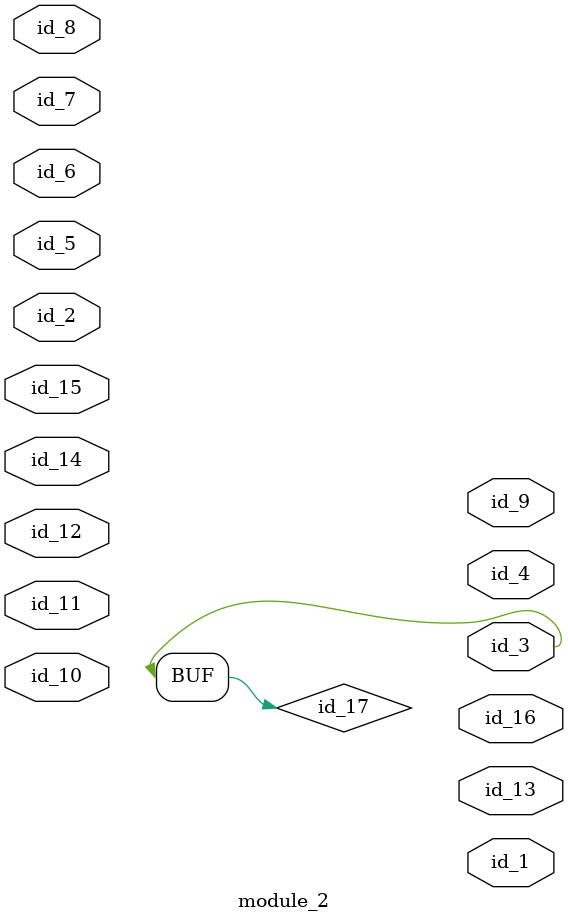
<source format=v>
module module_0 ();
  wire id_1;
  assign id_2 = id_1;
endmodule
module module_1 (
    id_1,
    id_2
);
  input wire id_2;
  output wire id_1;
  module_0 modCall_1 ();
endmodule
module module_2 (
    id_1,
    id_2,
    id_3,
    id_4,
    id_5,
    id_6,
    id_7,
    id_8,
    id_9,
    id_10,
    id_11,
    id_12,
    id_13,
    id_14,
    id_15,
    id_16
);
  output wire id_16;
  inout wire id_15;
  inout wire id_14;
  output wire id_13;
  inout wire id_12;
  inout wire id_11;
  input wire id_10;
  output wire id_9;
  inout wire id_8;
  inout wire id_7;
  inout wire id_6;
  inout wire id_5;
  output wire id_4;
  output wire id_3;
  inout wire id_2;
  output wire id_1;
  wire id_17, id_18;
  assign id_3 = id_17;
  wire id_19;
  module_0 modCall_1 ();
endmodule

</source>
